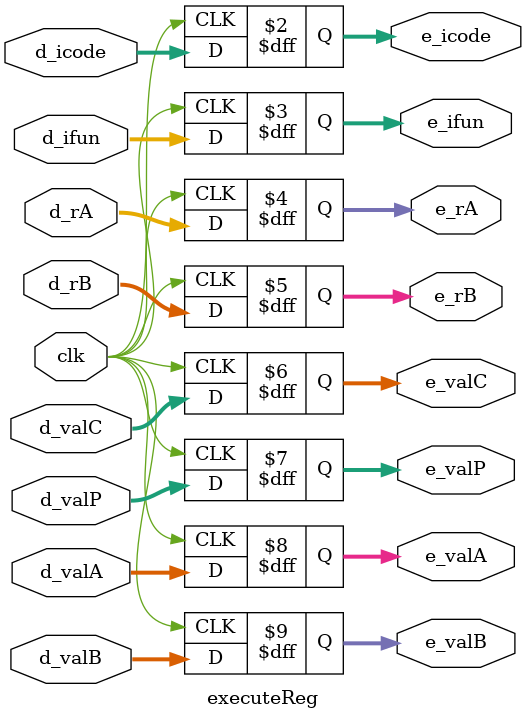
<source format=v>
module executeReg(clk,d_icode,d_ifun,d_rA,d_rB,d_valC,d_valP,d_valA,d_valB,e_icode,e_ifun,e_rA,e_rB,e_valC,e_valP,e_valA,e_valB);

input clk;
input [3:0] d_icode,d_ifun,d_rA,d_rB;
input [63:0] d_valC,d_valP,d_valA,d_valB;

output [3:0] e_icode,e_ifun,e_rA,e_rB;
output [63:0] e_valC,e_valP,e_valA,e_valB;

    always @(posedge clk ) begin //adding them as non blocking statements since all values get updated to the registers at the same time
    e_icode <= d_icode;
    e_ifun <= d_ifun;
    e_rA <= d_rA;
    e_rB <= d_rB;
    e_valC <= d_valC;
    e_valP <= d_valP;
    e_valA <= d_valA;
    e_valB <= d_valB;
end

endmodule

</source>
